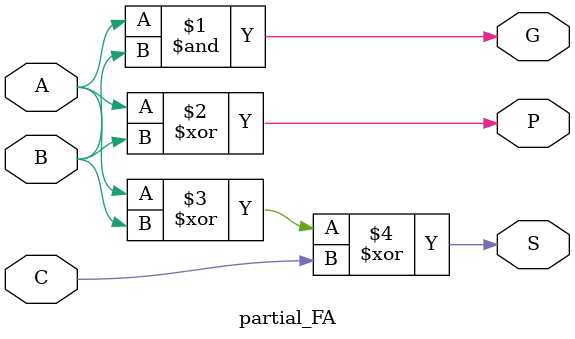
<source format=v>


module partial_FA (
    input A,
    input B,
    input C,
    output S,
    output G,P
);


assign G = A & B;
assign P = A ^ B;
assign S = A ^ B ^ C;
    
endmodule
</source>
